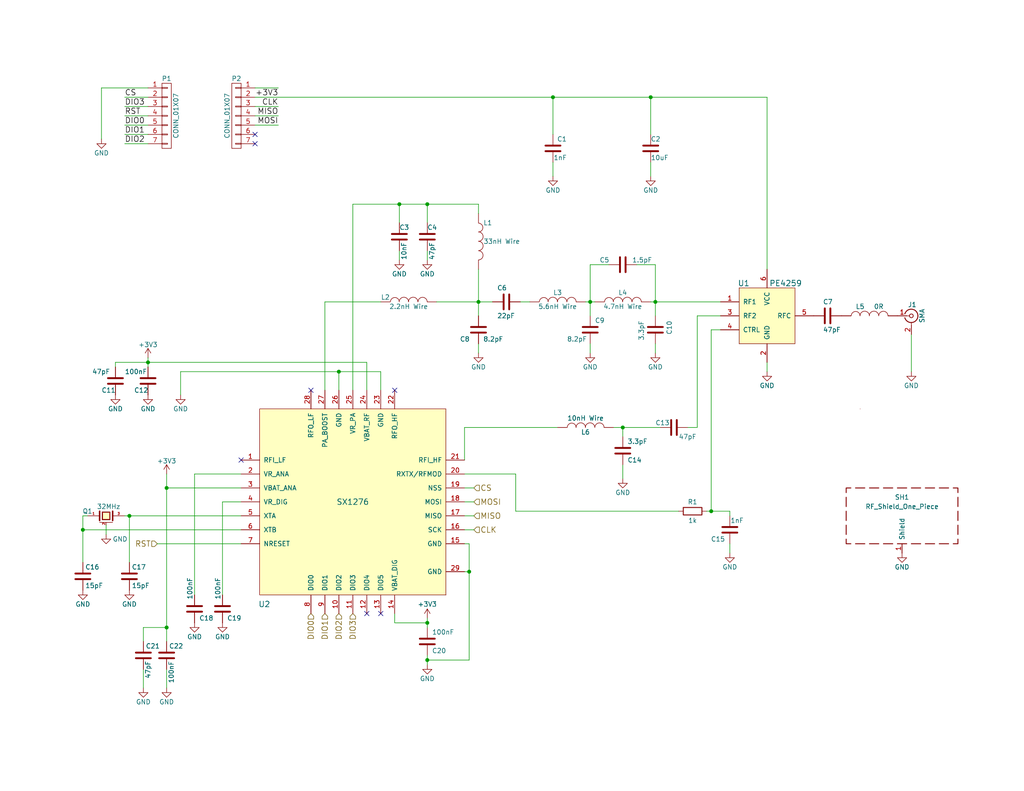
<source format=kicad_sch>
(kicad_sch (version 20211123) (generator eeschema)
  (paper "USLetter")
  (title_block (title "SX1276") (rev "1.0") (company "Cristóbal Cuevas Lagos"))
  (lib_symbols
    (symbol "lora-module-rescue:+3.3V" (power) (pin_names (offset 0))
      (property "Value" "+3.3V" (at 0 3.556 0))
      (symbol "+3.3V_0_1"
        (polyline (pts (xy -0.762 1.27) (xy 0 2.54)))
        (polyline (pts (xy 0 0) (xy 0 2.54)))
        (polyline (pts (xy 0 2.54) (xy 0.762 1.27)))
      )
      (symbol "+3.3V_1_1"
        (pin power_in line (at 0 0 90) (length 0) hide (name "+3V3") (number "1"))
      )
    )
    (symbol "lora-module-rescue:C" (pin_numbers hide) (pin_names (offset 0.254))
      (property "Reference" "C" (at 0.635 2.54 0))
      (property "Value" "C" (at 0.635 -2.54 0))
      (symbol "C_0_1"
        (polyline (pts (xy -2.032 -0.762) (xy 2.032 -0.762)) (stroke (width 0.508)))
        (polyline (pts (xy -2.032 0.762) (xy 2.032 0.762)) (stroke (width 0.508)))
      )
      (symbol "C_1_1"
        (pin passive line (at 0 3.81 270) (length 2.794) (name "~") (number "1"))
        (pin passive line (at 0 -3.81 90) (length 2.794) (name "~") (number "2"))
      )
    )
    (symbol "lora-module-rescue:CONN_01X07" (pin_names (offset 1.016) hide)
      (property "Reference" "J" (at 0 10.16 0))
      (property "Value" "CONN_01X07" (at 2.54 0 90))
      (symbol "CONN_01X07_0_1"
        (rectangle (start -1.27 -8.89) (end 1.27 8.89))
        (rectangle (start -1.27 -7.493) (end 0.254 -7.747))
        (rectangle (start -1.27 -4.953) (end 0.254 -5.207))
        (rectangle (start -1.27 -2.413) (end 0.254 -2.667))
        (rectangle (start -1.27 0.127) (end 0.254 -0.127))
        (rectangle (start -1.27 2.667) (end 0.254 2.413))
        (rectangle (start -1.27 5.207) (end 0.254 4.953))
        (rectangle (start -1.27 7.747) (end 0.254 7.493))
      )
      (symbol "CONN_01X07_1_1"
        (pin passive line (at -5.08 7.62 0) (length 3.81) (name "P1") (number "1"))
        (pin passive line (at -5.08 5.08 0) (length 3.81) (name "P2") (number "2"))
        (pin passive line (at -5.08 2.54 0) (length 3.81) (name "P3") (number "3"))
        (pin passive line (at -5.08 0 0) (length 3.81) (name "P4") (number "4"))
        (pin passive line (at -5.08 -2.54 0) (length 3.81) (name "P5") (number "5"))
        (pin passive line (at -5.08 -5.08 0) (length 3.81) (name "P6") (number "6"))
        (pin passive line (at -5.08 -7.62 0) (length 3.81) (name "P7") (number "7"))
      )
    )
    (symbol "lora-module-rescue:CONN_COAXIAL" (pin_names (offset 1.016) hide)
      (property "Reference" "J" (at 0.254 3.048 0))
      (property "Value" "CONN_COAXIAL" (at 2.921 0 90))
      (symbol "CONN_COAXIAL_0_1"
        (arc (start -1.778 -0.508) (mid 0.222 -1.808) (end 1.778 0) (stroke (width 0.254)))
        (polyline (pts (xy -1.27 0) (xy -0.508 0)))
        (polyline (pts (xy 0 -2.54) (xy 0 -1.778)))
        (circle (center 0 0) (radius 0.508) (stroke (width 0.2032)))
        (arc (start 1.778 0) (mid 0.2221 1.8083) (end -1.778 0.508) (stroke (width 0.254)))
      )
      (symbol "CONN_COAXIAL_1_1"
        (pin passive line (at -3.81 0 0) (length 2.54) (name "In") (number "1"))
        (pin passive line (at 0 -5.08 90) (length 2.54) (name "Ext") (number "2"))
      )
    )
    (symbol "lora-module-rescue:CRYSTAL_SMD" (pin_names (offset 1.016) hide)
      (property "Reference" "X" (at 0 2.286 0))
      (property "Value" "CRYSTAL_SMD" (at 0.762 -2.794 0))
      (symbol "CRYSTAL_SMD_0_1"
        (polyline (pts (xy -1.778 -1.778) (xy 1.778 -1.778)))
        (polyline (pts (xy -1.778 1.27) (xy -1.778 -1.27)) (stroke (width 0.4064)))
        (polyline (pts (xy 1.778 1.27) (xy 1.778 -1.27)) (stroke (width 0.4064)))
        (polyline (pts (xy -1.016 1.016) (xy 1.016 1.016) (xy 1.016 -1.016) (xy -1.016 -1.016) (xy -1.016 1.016)) (stroke (width 0.3048)) (fill (type background)))
      )
      (symbol "CRYSTAL_SMD_1_1"
        (pin passive line (at -5.08 0 0) (length 3.302) (name "1") (number "1"))
        (pin passive line (at 0 -2.54 90) (length 0.762) (name "case") (number "2"))
        (pin passive line (at 5.08 0 180) (length 3.302) (name "3") (number "3"))
      )
    )
    (symbol "lora-module-rescue:GND" (power) (pin_names (offset 0))
      (property "Value" "GND" (at 0 -3.81 0))
      (symbol "GND_0_1"
        (polyline (pts (xy 0 0) (xy 0 -1.27) (xy 1.27 -1.27) (xy 0 -2.54) (xy -1.27 -1.27) (xy 0 -1.27)))
      )
      (symbol "GND_1_1"
        (pin power_in line (at 0 0 270) (length 0) hide (name "GND") (number "1"))
      )
    )
    (symbol "lora-module-rescue:INDUCTOR" (pin_numbers hide) (pin_names (offset 1.016) hide)
      (property "Reference" "L" (at -1.27 0 90))
      (property "Value" "INDUCTOR" (at 2.54 0 90))
      (symbol "INDUCTOR_0_1"
        (arc (start 0.0254 -5.0546) (mid 1.245 -3.7973) (end 0.0254 -2.54))
        (arc (start 0.0254 -2.5146) (mid 1.2704 -1.2319) (end 0.0254 0.0508))
        (arc (start 0.0254 0.0254) (mid 1.2704 1.3081) (end 0.0254 2.5908))
        (arc (start 0.0254 2.5654) (mid 1.1942 3.7719) (end 0.0254 4.9784))
      )
      (symbol "INDUCTOR_1_1"
        (pin passive line (at 0 7.62 270) (length 2.54) (name "1") (number "1"))
        (pin passive line (at 0 -7.62 90) (length 2.54) (name "2") (number "2"))
      )
    )
    (symbol "lora-module-rescue:PE4259" (pin_names (offset 1.016))
      (property "Reference" "U" (at -6.35 8.89 0))
      (property "Value" "PE4259" (at 5.08 8.89 0))
      (symbol "PE4259_0_1"
        (rectangle (start -7.62 7.62) (end 7.62 -7.62) (fill (type background)))
        (rectangle (start 25.4 -25.4) (end 25.4 -25.4))
      )
      (symbol "PE4259_1_1"
        (pin input line (at -12.7 3.81 0) (length 5.08) (name "RF1") (number "1"))
        (pin input line (at 0 -12.7 90) (length 5.08) (name "GND") (number "2"))
        (pin input line (at -12.7 0 0) (length 5.08) (name "RF2") (number "3"))
        (pin input line (at -12.7 -3.81 0) (length 5.08) (name "CTRL") (number "4"))
        (pin input line (at 12.7 0 180) (length 5.08) (name "RFC") (number "5"))
        (pin input line (at 0 12.7 270) (length 5.08) (name "VCC") (number "6"))
      )
    )
    (symbol "lora-module-rescue:R" (pin_numbers hide) (pin_names (offset 0))
      (property "Reference" "R" (at 2.032 0 90))
      (property "Value" "R" (at 0 0 90))
      (symbol "R_0_1"
        (rectangle (start -1.016 -2.54) (end 1.016 2.54) (stroke (width 0.254)))
      )
      (symbol "R_1_1"
        (pin passive line (at 0 3.81 270) (length 1.27) (name "~") (number "1"))
        (pin passive line (at 0 -3.81 90) (length 1.27) (name "~") (number "2"))
      )
    )
    (symbol "lora-module-rescue:RF_Shield_One_Piece" (pin_names (offset 1.016))
      (property "Reference" "J" (at 0 5.08 0))
      (property "Value" "RF_Shield_One_Piece" (at 0 2.54 0))
      (symbol "RF_Shield_One_Piece_0_1"
        (polyline (pts (xy -15.24 -5.08) (xy -15.24 -2.54)) (stroke (width 0.254)))
        (polyline (pts (xy -15.24 -1.27) (xy -15.24 1.27)) (stroke (width 0.254)))
        (polyline (pts (xy -15.24 2.54) (xy -15.24 5.08)) (stroke (width 0.254)))
        (polyline (pts (xy -12.7 7.62) (xy -10.16 7.62)) (stroke (width 0.254)))
        (polyline (pts (xy -10.16 -7.62) (xy -12.7 -7.62)) (stroke (width 0.254)))
        (polyline (pts (xy -6.35 -7.62) (xy -8.89 -7.62)) (stroke (width 0.254)))
        (polyline (pts (xy -6.35 7.62) (xy -8.89 7.62)) (stroke (width 0.254)))
        (polyline (pts (xy -2.54 -7.62) (xy -5.08 -7.62)) (stroke (width 0.254)))
        (polyline (pts (xy -2.54 7.62) (xy -5.08 7.62)) (stroke (width 0.254)))
        (polyline (pts (xy -1.27 -7.62) (xy 1.27 -7.62)) (stroke (width 0.254)))
        (polyline (pts (xy 1.27 7.62) (xy -1.27 7.62)) (stroke (width 0.254)))
        (polyline (pts (xy 2.54 -7.62) (xy 5.08 -7.62)) (stroke (width 0.254)))
        (polyline (pts (xy 5.08 7.62) (xy 2.54 7.62)) (stroke (width 0.254)))
        (polyline (pts (xy 6.35 -7.62) (xy 8.89 -7.62)) (stroke (width 0.254)))
        (polyline (pts (xy 8.89 7.62) (xy 6.35 7.62)) (stroke (width 0.254)))
        (polyline (pts (xy 10.16 -7.62) (xy 12.7 -7.62)) (stroke (width 0.254)))
        (polyline (pts (xy 12.7 7.62) (xy 10.16 7.62)) (stroke (width 0.254)))
        (polyline (pts (xy 15.24 -5.08) (xy 15.24 -2.54)) (stroke (width 0.254)))
        (polyline (pts (xy 15.24 -1.27) (xy 15.24 1.27)) (stroke (width 0.254)))
        (polyline (pts (xy 15.24 2.54) (xy 15.24 5.08)) (stroke (width 0.254)))
        (polyline (pts (xy -15.24 6.35) (xy -15.24 7.62) (xy -13.97 7.62)) (stroke (width 0.254)))
        (polyline (pts (xy -13.97 -7.62) (xy -15.24 -7.62) (xy -15.24 -6.35)) (stroke (width 0.254)))
        (polyline (pts (xy 13.97 -7.62) (xy 15.24 -7.62) (xy 15.24 -6.35)) (stroke (width 0.254)))
        (polyline (pts (xy 15.24 6.35) (xy 15.24 7.62) (xy 13.97 7.62)) (stroke (width 0.254)))
      )
      (symbol "RF_Shield_One_Piece_1_1"
        (pin passive line (at 0 -10.16 90) (length 2.54) (name "Shield") (number "1"))
      )
    )
    (symbol "lora-module-rescue:SX1276" (pin_names (offset 1.016))
      (property "Reference" "U" (at -24.13 -27.94 0))
      (property "Value" "SX1276" (at 0 0 0))
      (symbol "SX1276_0_1"
        (rectangle (start -25.4 25.4) (end 25.4 -25.4) (fill (type background)))
        (rectangle (start 25.4 -25.4) (end 25.4 -25.4))
      )
      (symbol "SX1276_1_1"
        (pin input line (at -30.48 11.43 0) (length 5.08) (name "RFI_LF") (number "1"))
        (pin input line (at -3.81 -30.48 90) (length 5.08) (name "DIO2") (number "10"))
        (pin input line (at 0 -30.48 90) (length 5.08) (name "DIO3") (number "11"))
        (pin input line (at 3.81 -30.48 90) (length 5.08) (name "DIO4") (number "12"))
        (pin input line (at 7.62 -30.48 90) (length 5.08) (name "DIO5") (number "13"))
        (pin input line (at 11.43 -30.48 90) (length 5.08) (name "VBAT_DIG") (number "14"))
        (pin input line (at 30.48 -11.43 180) (length 5.08) (name "GND") (number "15"))
        (pin input line (at 30.48 -7.62 180) (length 5.08) (name "SCK") (number "16"))
        (pin input line (at 30.48 -3.81 180) (length 5.08) (name "MISO") (number "17"))
        (pin input line (at 30.48 0 180) (length 5.08) (name "MOSI") (number "18"))
        (pin input line (at 30.48 3.81 180) (length 5.08) (name "NSS") (number "19"))
        (pin input line (at -30.48 7.62 0) (length 5.08) (name "VR_ANA") (number "2"))
        (pin input line (at 30.48 7.62 180) (length 5.08) (name "RXTX/RFMOD") (number "20"))
        (pin input line (at 30.48 11.43 180) (length 5.08) (name "RFI_HF") (number "21"))
        (pin input line (at 11.43 30.48 270) (length 5.08) (name "RFO_HF") (number "22"))
        (pin input line (at 7.62 30.48 270) (length 5.08) (name "GND") (number "23"))
        (pin input line (at 3.81 30.48 270) (length 5.08) (name "VBAT_RF") (number "24"))
        (pin input line (at 0 30.48 270) (length 5.08) (name "VR_PA") (number "25"))
        (pin input line (at -3.81 30.48 270) (length 5.08) (name "GND") (number "26"))
        (pin input line (at -7.62 30.48 270) (length 5.08) (name "PA_BOOST") (number "27"))
        (pin input line (at -11.43 30.48 270) (length 5.08) (name "RFO_LF") (number "28"))
        (pin input line (at 30.48 -19.05 180) (length 5.08) (name "GND") (number "29"))
        (pin input line (at -30.48 3.81 0) (length 5.08) (name "VBAT_ANA") (number "3"))
        (pin input line (at -30.48 0 0) (length 5.08) (name "VR_DIG") (number "4"))
        (pin input line (at -30.48 -3.81 0) (length 5.08) (name "XTA") (number "5"))
        (pin input line (at -30.48 -7.62 0) (length 5.08) (name "XTB") (number "6"))
        (pin input line (at -30.48 -11.43 0) (length 5.08) (name "NRESET") (number "7"))
        (pin input line (at -11.43 -30.48 90) (length 5.08) (name "DIO0") (number "8"))
        (pin input line (at -7.62 -30.48 90) (length 5.08) (name "DIO1") (number "9"))
      )
    )
  )
  (junction (at 178.816 82.423))
  (junction (at 108.966 55.753))
  (junction (at 35.306 140.843))
  (junction (at 45.466 133.223))
  (junction (at 40.386 98.933))
  (junction (at 116.586 55.753))
  (junction (at 45.466 171.323))
  (junction (at 161.036 82.423))
  (junction (at 116.586 180.213))
  (junction (at 116.586 170.053))
  (junction (at 128.016 156.083))
  (junction (at 130.556 82.423))
  (junction (at 169.926 116.713))
  (junction (at 92.456 101.473))
  (junction (at 177.546 26.543))
  (junction (at 194.056 139.573))
  (junction (at 150.876 26.543))
  (junction (at 22.606 144.653))
  (no_connect (at 69.596 39.243))
  (no_connect (at 84.836 106.553))
  (no_connect (at 103.886 167.513))
  (no_connect (at 107.696 106.553))
  (no_connect (at 69.596 36.703))
  (no_connect (at 65.786 125.603))
  (no_connect (at 100.076 167.513))
  (wire (pts (xy 42.926 148.463) (xy 65.786 148.463)))
  (wire (pts (xy 92.456 101.473) (xy 103.886 101.473)))
  (wire (pts (xy 92.456 101.473) (xy 92.456 106.553)))
  (wire (pts (xy 150.876 26.543) (xy 177.546 26.543)))
  (wire (pts (xy 116.586 55.753) (xy 116.586 60.833)))
  (wire (pts (xy 45.466 171.323) (xy 45.466 175.133)))
  (wire (pts (xy 100.076 98.933) (xy 100.076 106.553)))
  (wire (pts (xy 178.816 72.263) (xy 178.816 82.423)))
  (wire (pts (xy 27.686 24.003) (xy 40.386 24.003)))
  (wire (pts (xy 116.586 68.453) (xy 116.586 70.993)))
  (wire (pts (xy 248.666 91.313) (xy 248.666 101.473)))
  (wire (pts (xy 40.386 31.623) (xy 34.036 31.623)))
  (wire (pts (xy 69.596 24.003) (xy 75.946 24.003)))
  (wire (pts (xy 159.766 82.423) (xy 161.036 82.423)))
  (wire (pts (xy 161.036 82.423) (xy 161.036 86.233)))
  (wire (pts (xy 150.876 44.323) (xy 150.876 48.133)))
  (wire (pts (xy 108.966 60.833) (xy 108.966 55.753)))
  (wire (pts (xy 192.786 139.573) (xy 194.056 139.573)))
  (wire (pts (xy 126.746 140.843) (xy 129.286 140.843)))
  (wire (pts (xy 49.276 107.823) (xy 49.276 101.473)))
  (wire (pts (xy 161.036 72.263) (xy 161.036 82.423)))
  (wire (pts (xy 178.816 93.853) (xy 178.816 96.393)))
  (wire (pts (xy 199.136 139.573) (xy 199.136 140.843)))
  (wire (pts (xy 27.686 24.003) (xy 27.686 37.973)))
  (wire (pts (xy 140.716 129.413) (xy 140.716 139.573)))
  (wire (pts (xy 60.706 137.033) (xy 65.786 137.033)))
  (wire (pts (xy 116.586 55.753) (xy 130.556 55.753)))
  (wire (pts (xy 28.956 143.383) (xy 28.956 145.923)))
  (wire (pts (xy 169.926 116.713) (xy 169.926 119.253)))
  (wire (pts (xy 39.116 171.323) (xy 45.466 171.323)))
  (wire (pts (xy 53.086 129.413) (xy 65.786 129.413)))
  (wire (pts (xy 126.746 137.033) (xy 129.286 137.033)))
  (wire (pts (xy 31.496 100.203) (xy 31.496 98.933)))
  (wire (pts (xy 209.296 98.933) (xy 209.296 101.473)))
  (wire (pts (xy 128.016 148.463) (xy 128.016 156.083)))
  (wire (pts (xy 194.056 139.573) (xy 199.136 139.573)))
  (wire (pts (xy 107.696 170.053) (xy 116.586 170.053)))
  (wire (pts (xy 22.606 144.653) (xy 22.606 153.543)))
  (wire (pts (xy 126.746 144.653) (xy 129.286 144.653)))
  (wire (pts (xy 69.596 26.543) (xy 150.876 26.543)))
  (wire (pts (xy 22.606 140.843) (xy 22.606 144.653)))
  (wire (pts (xy 130.556 82.423) (xy 134.366 82.423)))
  (wire (pts (xy 116.586 180.213) (xy 116.586 181.483)))
  (wire (pts (xy 96.266 55.753) (xy 108.966 55.753)))
  (wire (pts (xy 108.966 68.453) (xy 108.966 70.993)))
  (wire (pts (xy 169.926 126.873) (xy 169.926 130.683)))
  (wire (pts (xy 69.596 34.163) (xy 75.946 34.163)))
  (wire (pts (xy 103.886 101.473) (xy 103.886 106.553)))
  (wire (pts (xy 23.876 140.843) (xy 22.606 140.843)))
  (wire (pts (xy 130.556 93.853) (xy 130.556 96.393)))
  (wire (pts (xy 116.586 168.783) (xy 116.586 170.053)))
  (wire (pts (xy 45.466 133.223) (xy 45.466 171.323)))
  (wire (pts (xy 40.386 39.243) (xy 34.036 39.243)))
  (wire (pts (xy 39.116 182.753) (xy 39.116 187.833)))
  (wire (pts (xy 40.386 29.083) (xy 34.036 29.083)))
  (wire (pts (xy 88.646 106.553) (xy 88.646 82.423)))
  (wire (pts (xy 108.966 55.753) (xy 116.586 55.753)))
  (wire (pts (xy 167.386 116.713) (xy 169.926 116.713)))
  (wire (pts (xy 40.386 98.933) (xy 40.386 100.203)))
  (wire (pts (xy 39.116 175.133) (xy 39.116 171.323)))
  (wire (pts (xy 130.556 55.753) (xy 130.556 58.293)))
  (wire (pts (xy 194.056 90.043) (xy 194.056 139.573)))
  (wire (pts (xy 173.736 72.263) (xy 178.816 72.263)))
  (wire (pts (xy 161.036 72.263) (xy 166.116 72.263)))
  (wire (pts (xy 130.556 82.423) (xy 130.556 86.233)))
  (wire (pts (xy 60.706 162.433) (xy 60.706 137.033)))
  (wire (pts (xy 40.386 34.163) (xy 34.036 34.163)))
  (wire (pts (xy 178.816 82.423) (xy 196.596 82.423)))
  (wire (pts (xy 196.596 90.043) (xy 194.056 90.043)))
  (wire (pts (xy 49.276 101.473) (xy 92.456 101.473)))
  (wire (pts (xy 150.876 26.543) (xy 150.876 36.703)))
  (wire (pts (xy 199.136 148.463) (xy 199.136 151.003)))
  (wire (pts (xy 161.036 82.423) (xy 162.306 82.423)))
  (wire (pts (xy 177.546 26.543) (xy 177.546 36.703)))
  (wire (pts (xy 53.086 162.433) (xy 53.086 129.413)))
  (wire (pts (xy 107.696 167.513) (xy 107.696 170.053)))
  (wire (pts (xy 116.586 178.943) (xy 116.586 180.213)))
  (wire (pts (xy 128.016 180.213) (xy 116.586 180.213)))
  (wire (pts (xy 45.466 133.223) (xy 65.786 133.223)))
  (wire (pts (xy 130.556 73.533) (xy 130.556 82.423)))
  (wire (pts (xy 45.466 182.753) (xy 45.466 187.833)))
  (wire (pts (xy 116.586 170.053) (xy 116.586 171.323)))
  (wire (pts (xy 69.596 31.623) (xy 75.946 31.623)))
  (wire (pts (xy 190.246 86.233) (xy 196.596 86.233)))
  (wire (pts (xy 177.546 82.423) (xy 178.816 82.423)))
  (wire (pts (xy 22.606 144.653) (xy 65.786 144.653)))
  (wire (pts (xy 45.466 129.413) (xy 45.466 133.223)))
  (wire (pts (xy 187.706 116.713) (xy 190.246 116.713)))
  (wire (pts (xy 35.306 140.843) (xy 35.306 153.543)))
  (wire (pts (xy 40.386 36.703) (xy 34.036 36.703)))
  (wire (pts (xy 126.746 148.463) (xy 128.016 148.463)))
  (wire (pts (xy 34.036 140.843) (xy 35.306 140.843)))
  (wire (pts (xy 126.746 125.603) (xy 126.746 116.713)))
  (wire (pts (xy 40.386 97.663) (xy 40.386 98.933)))
  (wire (pts (xy 169.926 116.713) (xy 180.086 116.713)))
  (wire (pts (xy 31.496 98.933) (xy 40.386 98.933)))
  (wire (pts (xy 177.546 26.543) (xy 209.296 26.543)))
  (wire (pts (xy 40.386 26.543) (xy 34.036 26.543)))
  (wire (pts (xy 35.306 140.843) (xy 65.786 140.843)))
  (wire (pts (xy 190.246 116.713) (xy 190.246 86.233)))
  (wire (pts (xy 209.296 26.543) (xy 209.296 73.533)))
  (wire (pts (xy 126.746 156.083) (xy 128.016 156.083)))
  (wire (pts (xy 140.716 139.573) (xy 185.166 139.573)))
  (wire (pts (xy 126.746 116.713) (xy 152.146 116.713)))
  (wire (pts (xy 161.036 93.853) (xy 161.036 96.393)))
  (wire (pts (xy 88.646 82.423) (xy 103.886 82.423)))
  (wire (pts (xy 177.546 44.323) (xy 177.546 48.133)))
  (wire (pts (xy 69.596 29.083) (xy 75.946 29.083)))
  (wire (pts (xy 126.746 133.223) (xy 129.286 133.223)))
  (wire (pts (xy 126.746 129.413) (xy 140.716 129.413)))
  (wire (pts (xy 119.126 82.423) (xy 130.556 82.423)))
  (wire (pts (xy 40.386 98.933) (xy 100.076 98.933)))
  (wire (pts (xy 141.986 82.423) (xy 144.526 82.423)))
  (wire (pts (xy 128.016 156.083) (xy 128.016 180.213)))
  (wire (pts (xy 178.816 82.423) (xy 178.816 86.233)))
  (wire (pts (xy 96.266 106.553) (xy 96.266 55.753)))
  (label "DIO1" (at 34.036 36.703 0) (effects (font (size 1.524 1.524))))
  (label "DIO2" (at 34.036 39.243 0) (effects (font (size 1.524 1.524))))
  (label "CS" (at 34.036 26.543 0) (effects (font (size 1.524 1.524))))
  (label "CLK" (at 75.946 29.083 180) (effects (font (size 1.524 1.524))))
  (label "MOSI" (at 75.946 34.163 180) (effects (font (size 1.524 1.524))))
  (label "DIO3" (at 34.036 29.083 0) (effects (font (size 1.524 1.524))))
  (label "MISO" (at 75.946 31.623 180) (effects (font (size 1.524 1.524))))
  (label "+3V3" (at 75.946 26.543 180) (effects (font (size 1.524 1.524))))
  (label "RST" (at 34.036 31.623 0) (effects (font (size 1.524 1.524))))
  (label "DIO0" (at 34.036 34.163 0) (effects (font (size 1.524 1.524))))
  (hierarchical_label "MOSI" (shape input) (at 129.286 137.033 0) (effects (font (size 1.524 1.524))))
  (hierarchical_label "CS" (shape input) (at 129.286 133.223 0) (effects (font (size 1.524 1.524))))
  (hierarchical_label "CLK" (shape input) (at 129.286 144.653 0) (effects (font (size 1.524 1.524))))
  (hierarchical_label "DIO2" (shape input) (at 92.456 167.513 270) (effects (font (size 1.524 1.524))))
  (hierarchical_label "DIO1" (shape input) (at 88.646 167.513 270) (effects (font (size 1.524 1.524))))
  (hierarchical_label "MISO" (shape input) (at 129.286 140.843 0) (effects (font (size 1.524 1.524))))
  (hierarchical_label "DIO3" (shape input) (at 96.266 167.513 270) (effects (font (size 1.524 1.524))))
  (hierarchical_label "RST" (shape input) (at 42.926 148.463 180) (effects (font (size 1.524 1.524))))
  (hierarchical_label "DIO0" (shape input) (at 84.836 167.513 270) (effects (font (size 1.524 1.524))))
  (symbol (lib_id "lora-module-rescue:INDUCTOR") (at 169.926 82.423 90) (unit 1)
    (property "Reference" "L4" (at 169.926 79.883 90))
    (property "Value" "4.7nH Wire" (at 169.926 83.693 90))
    (property "Footprint" "Inductors_SMD:L_0402" (effects hide))
    (property "Manufacturer" "FERROCORE" (effects hide))
    (property "Name" "CW0402-4.7" (effects hide))
    (property "Link" "https://www.tme.eu/pl/details/cw0402-4.7/cewki-smd/ferrocore/" (effects hide))
  )
  (symbol (lib_id "lora-module-rescue:C") (at 35.306 157.353 0) (unit 1)
    (property "Reference" "C17" (at 35.941 154.813 0) (effects (justify left)))
    (property "Value" "15pF" (at 35.941 159.893 0) (effects (justify left)))
    (property "Footprint" "Capacitors_SMD:C_0402" (effects hide))
    (property "Manufacturer" "KEMET" (effects hide))
    (property "Link" "http://www.tme.eu/pl/details/c0402c150j5gac/kondensatory-mlcc-smd-0402/kemet/c0402c150j5gactu/" (effects hide))
    (property "Name" "C0402C150J5GACTU" (effects hide))
  )
  (symbol (lib_id "lora-module-rescue:GND") (at 209.296 101.473 0) (unit 1)
    (property "Reference" "#PWR010" (effects hide))
    (property "Value" "GND" (at 209.296 105.283 0))
  )
  (symbol (lib_id "lora-module-rescue:C") (at 116.586 64.643 0) (unit 1)
    (property "Reference" "C4" (at 116.586 62.103 0) (effects (justify left)))
    (property "Value" "47pF" (at 117.856 70.993 90) (effects (justify left)))
    (property "Footprint" "Capacitors_SMD:C_0402" (effects hide))
    (property "Manufacturer" "WALSIN" (effects hide))
    (property "Name" "0402N470J500CT" (effects hide))
    (property "Link" "http://www.tme.eu/pl/details/0402n470j500ct/kondensatory-mlcc-smd-0402/walsin/" (effects hide))
  )
  (symbol (lib_id "lora-module-rescue:C") (at 178.816 90.043 180) (unit 1)
    (property "Reference" "C10" (at 182.626 87.503 90) (effects (justify left)))
    (property "Value" "3.3pF" (at 175.006 87.503 90) (effects (justify left)))
    (property "Footprint" "Capacitors_SMD:C_0402" (effects hide))
    (property "Link" "https://www.tme.eu/pl/details/cl05c3r3cb5nnnc/kondensatory-mlcc-smd-0402/samsung/" (effects hide))
    (property "Name" "CL05C3R3CB5NNNC" (effects hide))
    (property "Manufacturer" "SAMSUNG" (effects hide))
  )
  (symbol (lib_id "lora-module-rescue:C") (at 199.136 144.653 180) (unit 1)
    (property "Reference" "C15" (at 197.866 147.193 0) (effects (justify left)))
    (property "Value" "1nF" (at 202.946 142.113 0) (effects (justify left)))
    (property "Footprint" "Capacitors_SMD:C_0402" (effects hide))
    (property "Link" "http://www.tme.eu/pl/details/cl05b102kb5nnnc/kondensatory-mlcc-smd-0402/samsung/" (effects hide))
    (property "Manufacturer" "SAMSUNG" (effects hide))
    (property "Name" "CL05B102KB5NNNC" (effects hide))
  )
  (symbol (lib_id "lora-module-rescue:C") (at 225.806 86.233 270) (unit 1)
    (property "Reference" "C7" (at 224.536 82.423 90) (effects (justify left)))
    (property "Value" "47pF" (at 224.536 90.043 90) (effects (justify left)))
    (property "Footprint" "Capacitors_SMD:C_0402" (effects hide))
    (property "Name" "GRM1555C1H470JA01D" (effects hide))
    (property "Manufacturer" "MURATA" (effects hide))
    (property "Link" "https://www.tme.eu/pl/details/grm1555c1h470ja01d/kondensatory-mlcc-smd-0402/murata/" (effects hide))
  )
  (symbol (lib_id "lora-module-rescue:GND") (at 130.556 96.393 0) (unit 1)
    (property "Reference" "#PWR06" (effects hide))
    (property "Value" "GND" (at 130.556 100.203 0))
  )
  (symbol (lib_id "lora-module-rescue:SX1276") (at 96.266 137.033 0) (unit 1)
    (property "Reference" "U2" (at 72.136 164.973 0) (effects (font (size 1.524 1.524))))
    (property "Value" "SX1276" (at 96.266 137.033 0) (effects (font (size 1.524 1.524))))
    (property "Footprint" "Housings_DFN_QFN:QFN-28-1EP_6x6mm_Pitch0.65mm" (effects hide))
    (property "Manufacturer" "SEMTECH" (effects hide))
    (property "Link" "http://pl.mouser.com/ProductDetail/Semtech/SX1276IMLTRT/?qs=sGAEpiMZZMtzPgOfznR9QX5rqU4bc2QM6PQA53z5lyI%3d" (effects hide))
    (property "Name" "SX1276" (effects hide))
  )
  (symbol (lib_id "lora-module-rescue:GND") (at 22.606 161.163 0) (unit 1)
    (property "Reference" "#PWR020" (effects hide))
    (property "Value" "GND" (at 22.606 164.973 0))
  )
  (symbol (lib_id "lora-module-rescue:GND") (at 116.586 181.483 0) (unit 1)
    (property "Reference" "#PWR025" (effects hide))
    (property "Value" "GND" (at 116.586 185.293 0))
  )
  (symbol (lib_id "lora-module-rescue:C") (at 150.876 40.513 180) (unit 1)
    (property "Reference" "C1" (at 154.686 37.973 0) (effects (justify left)))
    (property "Value" "1nF" (at 154.686 43.053 0) (effects (justify left)))
    (property "Footprint" "Capacitors_SMD:C_0402" (effects hide))
    (property "Manufacturer" "VISHAY" (effects hide))
    (property "Link" "https://www.tme.eu/pl/details/vj0402y102kxacw2bc/kondensatory-mlcc-smd-0402/vishay/" (effects hide))
    (property "Name" "VJ0402Y102KXACW2BC" (effects hide))
  )
  (symbol (lib_id "lora-module-rescue:GND") (at 150.876 48.133 0) (unit 1)
    (property "Reference" "#PWR02" (effects hide))
    (property "Value" "GND" (at 150.876 51.943 0))
  )
  (symbol (lib_id "lora-module-rescue:C") (at 53.086 166.243 0) (unit 1)
    (property "Reference" "C18" (at 54.356 168.783 0) (effects (justify left)))
    (property "Value" "100nF" (at 51.816 163.703 90) (effects (justify left)))
    (property "Footprint" "Capacitors_SMD:C_0402" (effects hide))
    (property "Link" "http://www.tme.eu/pl/details/cl05b104ko5nnnd/kondensatory-mlcc-smd-0402/samsung/" (effects hide))
    (property "Manufacturer" "SAMSUNG" (effects hide))
    (property "Name" "CL05B104KO5NNND" (effects hide))
  )
  (symbol (lib_id "lora-module-rescue:CRYSTAL_SMD") (at 28.956 140.843 0) (unit 1)
    (property "Reference" "Q1" (at 23.876 139.573 0))
    (property "Value" "32MHz" (at 26.416 138.303 0) (effects (justify left)))
    (property "Footprint" "Crystals:Crystal_SMD_EuroQuartz_MT-4pin_3.2x2.5mm" (effects hide))
    (property "Manufacturer" "ILSI" (effects hide))
    (property "Link" "http://www.tme.eu/pl/details/ilcx13-ff5f-32.00/rezonatory-kwarcowe-smd/ilsi/ilcx13-ff5f18-320000/" (effects hide))
    (property "Name" "ILCX13-FF5F18-32.0000" (effects hide))
  )
  (symbol (lib_id "lora-module-rescue:CONN_01X07") (at 64.516 31.623 0) (mirror y) (unit 1)
    (property "Reference" "P2" (at 64.516 21.463 0))
    (property "Value" "CONN_01X07" (at 61.976 31.623 90))
    (property "Footprint" "Pin_Headers:Pin_Header_Straight_1x07_Pitch2.54mm" (effects hide))
    (property "Name" "901200767" (effects hide))
    (property "Manufacturer" "MOLEX" (effects hide))
    (property "Link" "https://www.tme.eu/pl/details/mx-90120-0767/listwy-i-gniazda-kolkowe/molex/901200767/" (effects hide))
  )
  (symbol (lib_id "lora-module-rescue:GND") (at 178.816 96.393 0) (unit 1)
    (property "Reference" "#PWR08" (effects hide))
    (property "Value" "GND" (at 178.816 100.203 0))
  )
  (symbol (lib_id "lora-module-rescue:C") (at 31.496 104.013 0) (unit 1)
    (property "Reference" "C11" (at 27.686 106.553 0) (effects (justify left)))
    (property "Value" "47pF" (at 25.146 101.473 0) (effects (justify left)))
    (property "Footprint" "Capacitors_SMD:C_0402" (effects hide))
    (property "Manufacturer" "WALSIN" (effects hide))
    (property "Name" "0402N470J500CT" (effects hide))
    (property "Link" "http://www.tme.eu/pl/details/0402n470j500ct/kondensatory-mlcc-smd-0402/walsin/" (effects hide))
  )
  (symbol (lib_id "lora-module-rescue:RF_Shield_One_Piece") (at 246.126 140.843 0) (unit 1)
    (property "Reference" "SH1" (at 246.126 135.763 0))
    (property "Value" "RF_Shield_One_Piece" (at 246.126 138.303 0))
    (property "Footprint" "balcerzak-pcb:inAIR9B_shield" (effects hide))
  )
  (symbol (lib_id "lora-module-rescue:INDUCTOR") (at 111.506 82.423 90) (unit 1)
    (property "Reference" "L2" (at 105.156 81.153 90))
    (property "Value" "2.2nH Wire" (at 111.506 83.693 90))
    (property "Footprint" "Inductors_SMD:L_0402" (effects hide))
    (property "Manufacturer" "FERROCORE" (effects hide))
    (property "Link" "http://www.tme.eu/pl/details/cw0805-2.2/cewki-smd/ferrocore/" (effects hide))
    (property "Name" "CW0805-2.2" (effects hide))
  )
  (symbol (lib_id "lora-module-rescue:C") (at 169.926 123.063 0) (unit 1)
    (property "Reference" "C14" (at 171.196 125.603 0) (effects (justify left)))
    (property "Value" "3.3pF" (at 171.196 120.523 0) (effects (justify left)))
    (property "Footprint" "Capacitors_SMD:C_0402" (effects hide))
    (property "Link" "http://www.tme.eu/pl/details/cl05c3r3cb5nnnc/kondensatory-mlcc-smd-0402/samsung/" (effects hide))
    (property "Name" "CL05C3R3CB5NNNC" (effects hide))
    (property "Manufacturer" "SAMSUNG" (effects hide))
  )
  (symbol (lib_id "lora-module-rescue:C") (at 45.466 178.943 0) (unit 1)
    (property "Reference" "C22" (at 46.101 176.403 0) (effects (justify left)))
    (property "Value" "100nF" (at 46.736 186.563 90) (effects (justify left)))
    (property "Footprint" "Capacitors_SMD:C_0402" (effects hide))
    (property "Link" "http://www.tme.eu/pl/details/cl05b104ko5nnnd/kondensatory-mlcc-smd-0402/samsung/" (effects hide))
    (property "Manufacturer" "SAMSUNG" (effects hide))
    (property "Name" "CL05B104KO5NNND" (effects hide))
  )
  (symbol (lib_id "lora-module-rescue:C") (at 138.176 82.423 270) (unit 1)
    (property "Reference" "C6" (at 135.636 78.613 90) (effects (justify left)))
    (property "Value" "22pF" (at 135.636 86.233 90) (effects (justify left)))
    (property "Footprint" "Capacitors_SMD:C_0402" (effects hide))
    (property "Manufacturer" "MURATA" (effects hide))
    (property "Name" "GRM1555C1H220JA01D" (effects hide))
    (property "Link" "https://www.tme.eu/pl/details/grm1555c1h220ja01d/kondensatory-mlcc-smd-0402/murata/" (effects hide))
  )
  (symbol (lib_id "lora-module-rescue:GND") (at 199.136 151.003 0) (unit 1)
    (property "Reference" "#PWR018" (effects hide))
    (property "Value" "GND" (at 199.136 154.813 0))
  )
  (symbol (lib_id "lora-module-rescue:C") (at 39.116 178.943 0) (unit 1)
    (property "Reference" "C21" (at 39.751 176.403 0) (effects (justify left)))
    (property "Value" "47pF" (at 40.386 185.293 90) (effects (justify left)))
    (property "Footprint" "Capacitors_SMD:C_0402" (effects hide))
    (property "Manufacturer" "WALSIN" (effects hide))
    (property "Name" "0402N470J500CT" (effects hide))
    (property "Link" "http://www.tme.eu/pl/details/0402n470j500ct/kondensatory-mlcc-smd-0402/walsin/" (effects hide))
  )
  (symbol (lib_id "lora-module-rescue:C") (at 177.546 40.513 0) (unit 1)
    (property "Reference" "C2" (at 177.546 37.973 0) (effects (justify left)))
    (property "Value" "10uF" (at 177.546 43.053 0) (effects (justify left)))
    (property "Footprint" "Capacitors_SMD:C_0805" (effects hide))
    (property "Link" "http://www.tme.eu/pl/details/gcm21br70j106ke22l/kondensatory-mlcc-smd-0805/murata/" (effects hide))
    (property "Manufacturer" "MURATA" (effects hide))
    (property "Name" "GCM21BR70J106KE22L" (effects hide))
  )
  (symbol (lib_id "lora-module-rescue:GND") (at 161.036 96.393 0) (unit 1)
    (property "Reference" "#PWR07" (effects hide))
    (property "Value" "GND" (at 161.036 100.203 0))
  )
  (symbol (lib_id "lora-module-rescue:INDUCTOR") (at 152.146 82.423 90) (unit 1)
    (property "Reference" "L3" (at 152.146 79.883 90))
    (property "Value" "5.6nH Wire" (at 152.146 83.693 90))
    (property "Footprint" "Inductors_SMD:L_0402" (effects hide))
    (property "Link" "https://www.tme.eu/pl/details/lqw15an5n6c10d/dlawiki-smd-0402/murata/" (effects hide))
    (property "Manufacturer" "MURATA" (effects hide))
    (property "Name" "LQW15AN5N6C10D" (effects hide))
  )
  (symbol (lib_id "lora-module-rescue:GND") (at 45.466 187.833 0) (unit 1)
    (property "Reference" "#PWR027" (effects hide))
    (property "Value" "GND" (at 45.466 191.643 0))
  )
  (symbol (lib_id "lora-module-rescue:GND") (at 31.496 107.823 0) (unit 1)
    (property "Reference" "#PWR012" (effects hide))
    (property "Value" "GND" (at 31.496 111.633 0))
  )
  (symbol (lib_id "lora-module-rescue:INDUCTOR") (at 159.766 116.713 90) (unit 1)
    (property "Reference" "L6" (at 159.766 117.983 90))
    (property "Value" "10nH Wire" (at 159.766 114.173 90))
    (property "Footprint" "Inductors_SMD:L_0402" (effects hide))
    (property "Manufacturer" "FERROCORE" (effects hide))
    (property "Name" "CW0402-10" (effects hide))
    (property "Link" "http://www.tme.eu/pl/details/cw0402-10/cewki-smd/ferrocore/" (effects hide))
  )
  (symbol (lib_id "lora-module-rescue:GND") (at 108.966 70.993 0) (unit 1)
    (property "Reference" "#PWR04" (effects hide))
    (property "Value" "GND" (at 108.966 74.803 0))
  )
  (symbol (lib_id "lora-module-rescue:CONN_COAXIAL") (at 248.666 86.233 0) (unit 1)
    (property "Reference" "J1" (at 248.92 83.185 0))
    (property "Value" "SMA" (at 251.587 86.233 90))
    (property "Footprint" "balcerzak-pcb:SMA-16" (effects hide))
  )
  (symbol (lib_id "lora-module-rescue:GND") (at 53.086 170.053 0) (unit 1)
    (property "Reference" "#PWR023" (effects hide))
    (property "Value" "GND" (at 53.086 173.863 0))
  )
  (symbol (lib_id "lora-module-rescue:GND") (at 28.956 145.923 0) (unit 1)
    (property "Reference" "#PWR017" (effects hide))
    (property "Value" "GND" (at 32.766 147.193 0))
  )
  (symbol (lib_id "lora-module-rescue:C") (at 108.966 64.643 0) (unit 1)
    (property "Reference" "C3" (at 108.966 62.103 0) (effects (justify left)))
    (property "Value" "10nF" (at 110.236 70.993 90) (effects (justify left)))
    (property "Footprint" "Capacitors_SMD:C_0402" (effects hide))
    (property "Link" "http://www.tme.eu/pl/details/0402b103k250ct/kondensatory-mlcc-smd-0402/walsin/" (effects hide))
    (property "Manufacturer" "WALSIN" (effects hide))
    (property "Name" "0402B103K250CT" (effects hide))
  )
  (symbol (lib_id "lora-module-rescue:+3.3V") (at 40.386 97.663 0) (unit 1)
    (property "Reference" "#PWR09" (effects hide))
    (property "Value" "+3.3V" (at 40.386 94.107 0))
  )
  (symbol (lib_id "lora-module-rescue:GND") (at 39.116 187.833 0) (unit 1)
    (property "Reference" "#PWR026" (effects hide))
    (property "Value" "GND" (at 39.116 191.643 0))
  )
  (symbol (lib_id "lora-module-rescue:GND") (at 116.586 70.993 0) (unit 1)
    (property "Reference" "#PWR05" (effects hide))
    (property "Value" "GND" (at 116.586 74.803 0))
  )
  (symbol (lib_id "lora-module-rescue:GND") (at 169.926 130.683 0) (unit 1)
    (property "Reference" "#PWR016" (effects hide))
    (property "Value" "GND" (at 169.926 134.493 0))
  )
  (symbol (lib_id "lora-module-rescue:R") (at 188.976 139.573 270) (unit 1)
    (property "Reference" "R1" (at 188.976 137.033 90))
    (property "Value" "1k" (at 188.976 142.113 90))
    (property "Footprint" "Resistors_SMD:R_0402" (effects hide))
    (property "Manufacturer" "VISHAY" (effects hide))
    (property "Name" "CRCW04021K00JNTDBC" (effects hide))
    (property "Link" "http://www.tme.eu/pl/details/crcw04021k00jntdbc/rezystory-smd-0402/vishay/" (effects hide))
  )
  (symbol (lib_id "lora-module-rescue:PE4259") (at 209.296 86.233 0) (unit 1)
    (property "Reference" "U1" (at 202.946 77.343 0) (effects (font (size 1.524 1.524))))
    (property "Value" "PE4259" (at 214.376 77.343 0) (effects (font (size 1.524 1.524))))
    (property "Footprint" "balcerzak-pcb:SOT-363_SC-70-6" (effects hide))
    (property "Link" "https://www.digikey.com/products/en/rf-if-and-rfid/rf-switches/865?k=PE4259" (effects hide))
    (property "Manufacturer" "Peregrine Semiconductor" (effects hide))
    (property "Name" "PE4259" (effects hide))
  )
  (symbol (lib_id "lora-module-rescue:C") (at 169.926 72.263 270) (unit 1)
    (property "Reference" "C5" (at 163.576 70.993 90) (effects (justify left)))
    (property "Value" "1.5pF" (at 172.466 70.993 90) (effects (justify left)))
    (property "Footprint" "Capacitors_SMD:C_0402" (effects hide))
    (property "Link" "https://www.tme.eu/pl/details/cc0402crnpo91r5/kondensatory-mlcc-smd-0402/yageo/cc0402crnpo9bn1r5/" (effects hide))
    (property "Manufacturer" "YAGEO" (effects hide))
    (property "Name" "CC0402CRNPO9BN1R5" (effects hide))
  )
  (symbol (lib_id "lora-module-rescue:C") (at 183.896 116.713 270) (unit 1)
    (property "Reference" "C13" (at 178.816 115.443 90) (effects (justify left)))
    (property "Value" "47pF" (at 185.166 119.253 90) (effects (justify left)))
    (property "Footprint" "Capacitors_SMD:C_0402" (effects hide))
    (property "Manufacturer" "WALSIN" (effects hide))
    (property "Name" "0402N470J500CT" (effects hide))
    (property "Link" "http://www.tme.eu/pl/details/0402n470j500ct/kondensatory-mlcc-smd-0402/walsin/" (effects hide))
  )
  (symbol (lib_id "lora-module-rescue:INDUCTOR") (at 130.556 65.913 0) (unit 1)
    (property "Reference" "L1" (at 133.096 60.833 0))
    (property "Value" "33nH Wire" (at 136.906 65.913 0))
    (property "Footprint" "Inductors_SMD:L_0402" (effects hide))
    (property "Link" "http://pl.farnell.com/te-connectivity/3-2176086-7/inductor-0402-33nh-5/dp/2116085" (effects hide))
    (property "Name" "3-2176086-7" (effects hide))
    (property "Manufacturer" "TE CONNECTIVITY" (effects hide))
  )
  (symbol (lib_id "lora-module-rescue:INDUCTOR") (at 237.236 86.233 90) (unit 1)
    (property "Reference" "L5" (at 234.696 83.693 90))
    (property "Value" "0R" (at 239.776 83.693 90))
    (property "Footprint" "Inductors_SMD:L_0402" (effects hide))
  )
  (symbol (lib_id "lora-module-rescue:C") (at 22.606 157.353 0) (unit 1)
    (property "Reference" "C16" (at 23.241 154.813 0) (effects (justify left)))
    (property "Value" "15pF" (at 23.241 159.893 0) (effects (justify left)))
    (property "Footprint" "Capacitors_SMD:C_0402" (effects hide))
    (property "Link" "http://www.tme.eu/pl/details/c0402c150j5gac/kondensatory-mlcc-smd-0402/kemet/c0402c150j5gactu/" (effects hide))
    (property "Manufacturer" "KEMET" (effects hide))
    (property "Name" "C0402C150J5GACTU" (effects hide))
  )
  (symbol (lib_id "lora-module-rescue:+3.3V") (at 45.466 129.413 0) (unit 1)
    (property "Reference" "#PWR015" (effects hide))
    (property "Value" "+3.3V" (at 45.466 125.857 0))
  )
  (symbol (lib_id "lora-module-rescue:GND") (at 246.126 151.003 0) (unit 1)
    (property "Reference" "#PWR019" (effects hide))
    (property "Value" "GND" (at 246.126 154.813 0))
  )
  (symbol (lib_id "lora-module-rescue:C") (at 60.706 166.243 0) (unit 1)
    (property "Reference" "C19" (at 61.976 168.783 0) (effects (justify left)))
    (property "Value" "100nF" (at 59.436 163.703 90) (effects (justify left)))
    (property "Footprint" "Capacitors_SMD:C_0402" (effects hide))
    (property "Link" "http://www.tme.eu/pl/details/cl05b104ko5nnnd/kondensatory-mlcc-smd-0402/samsung/" (effects hide))
    (property "Manufacturer" "SAMSUNG" (effects hide))
    (property "Name" "CL05B104KO5NNND" (effects hide))
  )
  (symbol (lib_id "lora-module-rescue:C") (at 161.036 90.043 0) (unit 1)
    (property "Reference" "C9" (at 162.306 87.503 0) (effects (justify left)))
    (property "Value" "8.2pF" (at 154.686 92.583 0) (effects (justify left)))
    (property "Footprint" "Capacitors_SMD:C_0402" (effects hide))
    (property "Link" "http://www.tme.eu/pl/details/grm1555c1h8r2ca01d/kondensatory-mlcc-smd-0402/murata/" (effects hide))
    (property "Name" "GRM1555C1H8R2CA01D" (effects hide))
    (property "Manufacturer" "MURATA" (effects hide))
  )
  (symbol (lib_id "lora-module-rescue:GND") (at 60.706 170.053 0) (unit 1)
    (property "Reference" "#PWR024" (effects hide))
    (property "Value" "GND" (at 60.706 173.863 0))
  )
  (symbol (lib_id "lora-module-rescue:GND") (at 248.666 101.473 0) (unit 1)
    (property "Reference" "#PWR011" (effects hide))
    (property "Value" "GND" (at 248.666 105.283 0))
  )
  (symbol (lib_id "lora-module-rescue:GND") (at 40.386 107.823 0) (unit 1)
    (property "Reference" "#PWR013" (effects hide))
    (property "Value" "GND" (at 40.386 111.633 0))
  )
  (symbol (lib_id "lora-module-rescue:+3.3V") (at 116.586 168.783 0) (unit 1)
    (property "Reference" "#PWR022" (effects hide))
    (property "Value" "+3.3V" (at 116.586 164.973 0))
  )
  (symbol (lib_id "lora-module-rescue:C") (at 40.386 104.013 0) (unit 1)
    (property "Reference" "C12" (at 36.576 106.553 0) (effects (justify left)))
    (property "Value" "100nF" (at 34.036 101.473 0) (effects (justify left)))
    (property "Footprint" "Capacitors_SMD:C_0402" (effects hide))
    (property "Link" "http://www.tme.eu/pl/details/cl05b104ko5nnnd/kondensatory-mlcc-smd-0402/samsung/" (effects hide))
    (property "Manufacturer" "SAMSUNG" (effects hide))
    (property "Name" "CL05B104KO5NNND" (effects hide))
  )
  (symbol (lib_id "lora-module-rescue:C") (at 130.556 90.043 0) (unit 1)
    (property "Reference" "C8" (at 125.476 92.583 0) (effects (justify left)))
    (property "Value" "8.2pF" (at 131.826 92.583 0) (effects (justify left)))
    (property "Footprint" "Capacitors_SMD:C_0402" (effects hide))
    (property "Link" "http://www.tme.eu/pl/details/grm1555c1h8r2ca01d/kondensatory-mlcc-smd-0402/murata/" (effects hide))
    (property "Name" "GRM1555C1H8R2CA01D" (effects hide))
    (property "Manufacturer" "MURATA" (effects hide))
  )
  (symbol (lib_id "lora-module-rescue:GND") (at 49.276 107.823 0) (unit 1)
    (property "Reference" "#PWR014" (effects hide))
    (property "Value" "GND" (at 49.276 111.633 0))
  )
  (symbol (lib_id "lora-module-rescue:GND") (at 177.546 48.133 0) (unit 1)
    (property "Reference" "#PWR03" (effects hide))
    (property "Value" "GND" (at 177.546 51.943 0))
  )
  (symbol (lib_id "lora-module-rescue:C") (at 116.586 175.133 0) (unit 1)
    (property "Reference" "C20" (at 117.856 177.673 0) (effects (justify left)))
    (property "Value" "100nF" (at 117.856 172.593 0) (effects (justify left)))
    (property "Footprint" "Capacitors_SMD:C_0402" (effects hide))
    (property "Link" "http://www.tme.eu/pl/details/cl05b104ko5nnnd/kondensatory-mlcc-smd-0402/samsung/" (effects hide))
    (property "Manufacturer" "SAMSUNG" (effects hide))
    (property "Name" "CL05B104KO5NNND" (effects hide))
  )
  (symbol (lib_id "lora-module-rescue:CONN_01X07") (at 45.466 31.623 0) (unit 1)
    (property "Reference" "P1" (at 45.466 21.463 0))
    (property "Value" "CONN_01X07" (at 48.006 31.623 90))
    (property "Footprint" "Pin_Headers:Pin_Header_Straight_1x07_Pitch2.54mm" (effects hide))
    (property "Link" "https://www.tme.eu/pl/details/mx-90120-0767/listwy-i-gniazda-kolkowe/molex/901200767/" (effects hide))
    (property "Manufacturer" "MOLEX" (effects hide))
    (property "Name" "901200767" (effects hide))
  )
  (symbol (lib_id "lora-module-rescue:GND") (at 27.686 37.973 0) (unit 1)
    (property "Reference" "#PWR01" (effects hide))
    (property "Value" "GND" (at 27.686 41.783 0))
  )
  (symbol (lib_id "lora-module-rescue:GND") (at 35.306 161.163 0) (unit 1)
    (property "Reference" "#PWR021" (effects hide))
    (property "Value" "GND" (at 35.306 164.973 0))
  )
)
</source>
